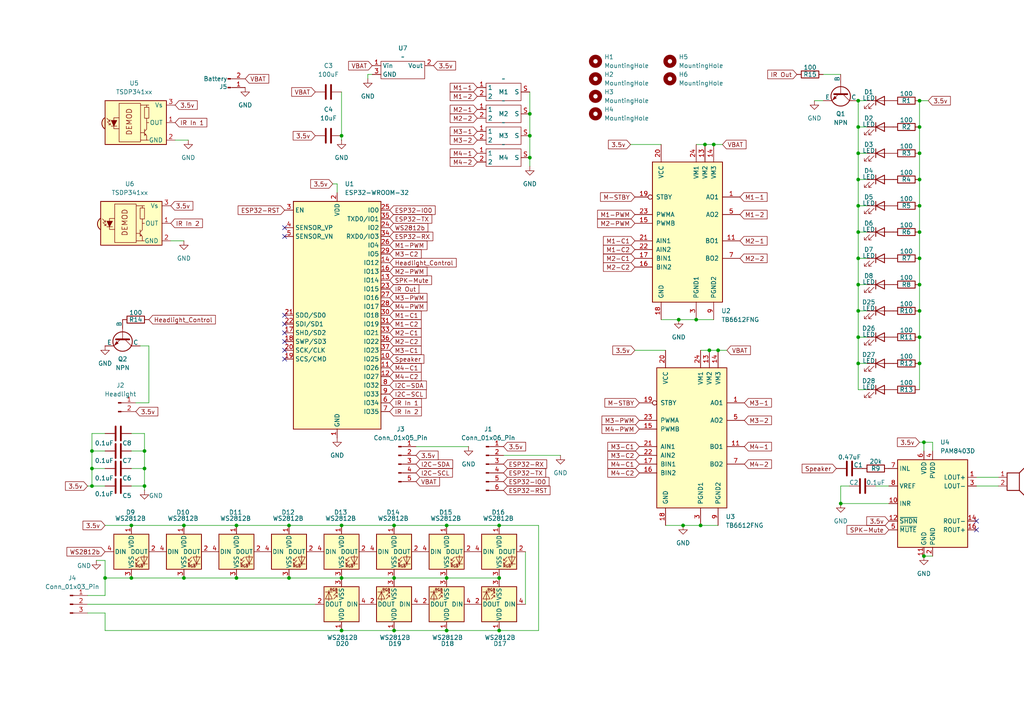
<source format=kicad_sch>
(kicad_sch (version 20231120) (generator "eeschema") (generator_version "8.0")
  (paper "A4")
  (junction (at 198.12 152.4))
  (junction (at 68.58 152.4))
  (junction (at 26.67 140.97))
  (junction (at 99.06 182.88))
  (junction (at 114.3 152.4))
  (junction (at 38.1 167.64))
  (junction (at 248.92 67.31))
  (junction (at 99.06 39.37))
  (junction (at 207.01 41.91))
  (junction (at 266.7 82.55))
  (junction (at 266.7 59.69))
  (junction (at 266.7 52.07))
  (junction (at 248.92 74.93))
  (junction (at 144.78 167.64))
  (junction (at 266.7 74.93))
  (junction (at 144.78 152.4))
  (junction (at 267.97 128.27))
  (junction (at 248.92 90.17))
  (junction (at 248.92 82.55))
  (junction (at 83.82 152.4))
  (junction (at 68.58 167.64))
  (junction (at 83.82 167.64))
  (junction (at 266.7 67.31))
  (junction (at 153.67 33.02))
  (junction (at 129.54 182.88))
  (junction (at 114.3 182.88))
  (junction (at 129.54 167.64))
  (junction (at 129.54 152.4))
  (junction (at 53.34 167.64))
  (junction (at 266.7 105.41))
  (junction (at 205.74 101.6))
  (junction (at 248.92 105.41))
  (junction (at 38.1 152.4))
  (junction (at 266.7 29.21))
  (junction (at 248.92 97.79))
  (junction (at 41.91 135.89))
  (junction (at 208.28 101.6))
  (junction (at 266.7 97.79))
  (junction (at 266.7 90.17))
  (junction (at 201.93 92.71))
  (junction (at 243.84 146.05))
  (junction (at 144.78 182.88))
  (junction (at 41.91 140.97))
  (junction (at 196.85 92.71))
  (junction (at 26.67 135.89))
  (junction (at 114.3 167.64))
  (junction (at 266.7 36.83))
  (junction (at 53.34 152.4))
  (junction (at 267.97 161.29))
  (junction (at 99.06 152.4))
  (junction (at 99.06 167.64))
  (junction (at 248.92 59.69))
  (junction (at 153.67 39.37))
  (junction (at 204.47 41.91))
  (junction (at 26.67 130.81))
  (junction (at 153.67 45.72))
  (junction (at 203.2 152.4))
  (junction (at 266.7 44.45))
  (junction (at 41.91 130.81))
  (junction (at 248.92 36.83))
  (junction (at 30.48 167.64))
  (junction (at 248.92 44.45))
  (junction (at 248.92 52.07))
  (junction (at 248.92 29.21))
  (no_connect (at 283.21 153.67))
  (no_connect (at 82.55 68.58))
  (no_connect (at 82.55 93.98))
  (no_connect (at 82.55 104.14))
  (no_connect (at 82.55 99.06))
  (no_connect (at 82.55 91.44))
  (no_connect (at 283.21 151.13))
  (no_connect (at 82.55 96.52))
  (no_connect (at 82.55 101.6))
  (no_connect (at 82.55 66.04))
  (wire (pts (xy 50.8 40.64) (xy 54.61 40.64)))
  (wire (pts (xy 43.18 100.33) (xy 43.18 116.84)))
  (wire (pts (xy 53.34 167.64) (xy 68.58 167.64)))
  (wire (pts (xy 25.4 175.26) (xy 91.44 175.26)))
  (wire (pts (xy 266.7 82.55) (xy 266.7 90.17)))
  (wire (pts (xy 248.92 105.41) (xy 251.46 105.41)))
  (wire (pts (xy 153.67 33.02) (xy 153.67 39.37)))
  (wire (pts (xy 248.92 36.83) (xy 248.92 29.21)))
  (wire (pts (xy 68.58 152.4) (xy 83.82 152.4)))
  (wire (pts (xy 53.34 152.4) (xy 68.58 152.4)))
  (wire (pts (xy 203.2 101.6) (xy 205.74 101.6)))
  (wire (pts (xy 191.77 92.71) (xy 196.85 92.71)))
  (wire (pts (xy 41.91 125.73) (xy 41.91 130.81)))
  (wire (pts (xy 266.7 59.69) (xy 266.7 67.31)))
  (wire (pts (xy 248.92 90.17) (xy 248.92 82.55)))
  (wire (pts (xy 30.48 135.89) (xy 26.67 135.89)))
  (wire (pts (xy 251.46 36.83) (xy 248.92 36.83)))
  (wire (pts (xy 144.78 152.4) (xy 156.21 152.4)))
  (wire (pts (xy 38.1 130.81) (xy 41.91 130.81)))
  (wire (pts (xy 208.28 101.6) (xy 210.82 101.6)))
  (wire (pts (xy 201.93 41.91) (xy 204.47 41.91)))
  (wire (pts (xy 251.46 29.21) (xy 248.92 29.21)))
  (wire (pts (xy 267.97 161.29) (xy 270.51 161.29)))
  (wire (pts (xy 30.48 152.4) (xy 38.1 152.4)))
  (wire (pts (xy 25.4 177.8) (xy 30.48 177.8)))
  (wire (pts (xy 248.92 67.31) (xy 251.46 67.31)))
  (wire (pts (xy 243.84 140.97) (xy 246.38 140.97)))
  (wire (pts (xy 266.7 44.45) (xy 266.7 52.07)))
  (wire (pts (xy 152.4 160.02) (xy 152.4 175.26)))
  (wire (pts (xy 251.46 97.79) (xy 248.92 97.79)))
  (wire (pts (xy 254 140.97) (xy 257.81 140.97)))
  (wire (pts (xy 251.46 52.07) (xy 248.92 52.07)))
  (wire (pts (xy 248.92 113.03) (xy 248.92 105.41)))
  (wire (pts (xy 96.52 53.34) (xy 97.79 53.34)))
  (wire (pts (xy 236.22 29.21) (xy 238.76 29.21)))
  (wire (pts (xy 30.48 172.72) (xy 25.4 172.72)))
  (wire (pts (xy 38.1 140.97) (xy 41.91 140.97)))
  (wire (pts (xy 270.51 130.81) (xy 270.51 128.27)))
  (wire (pts (xy 270.51 128.27) (xy 267.97 128.27)))
  (wire (pts (xy 129.54 182.88) (xy 144.78 182.88)))
  (wire (pts (xy 26.67 125.73) (xy 26.67 130.81)))
  (wire (pts (xy 40.64 100.33) (xy 43.18 100.33)))
  (wire (pts (xy 26.67 130.81) (xy 26.67 135.89)))
  (wire (pts (xy 129.54 167.64) (xy 144.78 167.64)))
  (wire (pts (xy 30.48 167.64) (xy 38.1 167.64)))
  (wire (pts (xy 196.85 92.71) (xy 201.93 92.71)))
  (wire (pts (xy 99.06 40.64) (xy 99.06 39.37)))
  (wire (pts (xy 114.3 182.88) (xy 129.54 182.88)))
  (wire (pts (xy 41.91 130.81) (xy 41.91 135.89)))
  (wire (pts (xy 248.92 74.93) (xy 251.46 74.93)))
  (wire (pts (xy 153.67 39.37) (xy 153.67 45.72)))
  (wire (pts (xy 25.4 140.97) (xy 26.67 140.97)))
  (wire (pts (xy 266.7 128.27) (xy 267.97 128.27)))
  (wire (pts (xy 198.12 152.4) (xy 203.2 152.4)))
  (wire (pts (xy 99.06 167.64) (xy 114.3 167.64)))
  (wire (pts (xy 243.84 146.05) (xy 257.81 146.05)))
  (wire (pts (xy 26.67 135.89) (xy 26.67 140.97)))
  (wire (pts (xy 30.48 162.56) (xy 30.48 167.64)))
  (wire (pts (xy 129.54 152.4) (xy 144.78 152.4)))
  (wire (pts (xy 184.15 101.6) (xy 193.04 101.6)))
  (wire (pts (xy 289.56 138.43) (xy 283.21 138.43)))
  (wire (pts (xy 38.1 135.89) (xy 41.91 135.89)))
  (wire (pts (xy 26.67 140.97) (xy 30.48 140.97)))
  (wire (pts (xy 30.48 177.8) (xy 30.48 182.88)))
  (wire (pts (xy 203.2 152.4) (xy 208.28 152.4)))
  (wire (pts (xy 248.92 67.31) (xy 248.92 59.69)))
  (wire (pts (xy 251.46 59.69) (xy 248.92 59.69)))
  (wire (pts (xy 266.7 29.21) (xy 266.7 36.83)))
  (wire (pts (xy 251.46 44.45) (xy 248.92 44.45)))
  (wire (pts (xy 289.56 140.97) (xy 283.21 140.97)))
  (wire (pts (xy 248.92 59.69) (xy 248.92 52.07)))
  (wire (pts (xy 207.01 41.91) (xy 209.55 41.91)))
  (wire (pts (xy 266.7 36.83) (xy 266.7 44.45)))
  (wire (pts (xy 83.82 167.64) (xy 99.06 167.64)))
  (wire (pts (xy 248.92 74.93) (xy 248.92 67.31)))
  (wire (pts (xy 251.46 113.03) (xy 248.92 113.03)))
  (wire (pts (xy 30.48 167.64) (xy 30.48 172.72)))
  (wire (pts (xy 114.3 152.4) (xy 129.54 152.4)))
  (wire (pts (xy 266.7 67.31) (xy 266.7 74.93)))
  (wire (pts (xy 205.74 101.6) (xy 208.28 101.6)))
  (wire (pts (xy 99.06 39.37) (xy 99.06 26.67)))
  (wire (pts (xy 204.47 41.91) (xy 207.01 41.91)))
  (wire (pts (xy 267.97 128.27) (xy 267.97 130.81)))
  (wire (pts (xy 114.3 167.64) (xy 129.54 167.64)))
  (wire (pts (xy 41.91 135.89) (xy 41.91 140.97)))
  (wire (pts (xy 83.82 152.4) (xy 99.06 152.4)))
  (wire (pts (xy 248.92 82.55) (xy 248.92 74.93)))
  (wire (pts (xy 238.76 21.59) (xy 243.84 21.59)))
  (wire (pts (xy 266.7 74.93) (xy 266.7 82.55)))
  (wire (pts (xy 43.18 116.84) (xy 39.37 116.84)))
  (wire (pts (xy 266.7 90.17) (xy 266.7 97.79)))
  (wire (pts (xy 99.06 152.4) (xy 114.3 152.4)))
  (wire (pts (xy 248.92 105.41) (xy 248.92 97.79)))
  (wire (pts (xy 30.48 130.81) (xy 26.67 130.81)))
  (wire (pts (xy 193.04 152.4) (xy 198.12 152.4)))
  (wire (pts (xy 27.94 162.56) (xy 30.48 162.56)))
  (wire (pts (xy 156.21 182.88) (xy 144.78 182.88)))
  (wire (pts (xy 68.58 167.64) (xy 83.82 167.64)))
  (wire (pts (xy 41.91 140.97) (xy 41.91 142.24)))
  (wire (pts (xy 269.24 29.21) (xy 266.7 29.21)))
  (wire (pts (xy 248.92 44.45) (xy 248.92 52.07)))
  (wire (pts (xy 30.48 182.88) (xy 99.06 182.88)))
  (wire (pts (xy 266.7 52.07) (xy 266.7 59.69)))
  (wire (pts (xy 153.67 48.26) (xy 153.67 45.72)))
  (wire (pts (xy 243.84 140.97) (xy 243.84 146.05)))
  (wire (pts (xy 266.7 105.41) (xy 266.7 113.03)))
  (wire (pts (xy 146.05 132.08) (xy 162.56 132.08)))
  (wire (pts (xy 30.48 125.73) (xy 26.67 125.73)))
  (wire (pts (xy 251.46 82.55) (xy 248.92 82.55)))
  (wire (pts (xy 266.7 97.79) (xy 266.7 105.41)))
  (wire (pts (xy 106.68 21.59) (xy 107.95 21.59)))
  (wire (pts (xy 182.88 41.91) (xy 191.77 41.91)))
  (wire (pts (xy 97.79 53.34) (xy 97.79 55.88)))
  (wire (pts (xy 248.92 90.17) (xy 251.46 90.17)))
  (wire (pts (xy 38.1 167.64) (xy 53.34 167.64)))
  (wire (pts (xy 49.53 69.85) (xy 53.34 69.85)))
  (wire (pts (xy 38.1 125.73) (xy 41.91 125.73)))
  (wire (pts (xy 156.21 152.4) (xy 156.21 182.88)))
  (wire (pts (xy 106.68 22.86) (xy 106.68 21.59)))
  (wire (pts (xy 201.93 92.71) (xy 207.01 92.71)))
  (wire (pts (xy 120.65 129.54) (xy 135.89 129.54)))
  (wire (pts (xy 248.92 97.79) (xy 248.92 90.17)))
  (wire (pts (xy 153.67 26.67) (xy 153.67 33.02)))
  (wire (pts (xy 99.06 182.88) (xy 114.3 182.88)))
  (wire (pts (xy 248.92 36.83) (xy 248.92 44.45)))
  (wire (pts (xy 38.1 152.4) (xy 53.34 152.4)))
  (global_label "M2-C2" (shape input) (at 113.03 99.06 0) (property "Intersheetrefs" "${INTERSHEET_REFS}" (effects (hide yes))))
  (global_label "3.5v" (shape input) (at 25.4 140.97 180) (property "Intersheetrefs" "${INTERSHEET_REFS}" (effects (hide yes))))
  (global_label "VBAT" (shape input) (at 71.12 22.86 0) (property "Intersheetrefs" "${INTERSHEET_REFS}" (effects (hide yes))))
  (global_label "3.5v" (shape input) (at 266.7 128.27 180) (property "Intersheetrefs" "${INTERSHEET_REFS}" (effects (hide yes))))
  (global_label "3.5v" (shape input) (at 146.05 129.54 0) (property "Intersheetrefs" "${INTERSHEET_REFS}" (effects (hide yes))))
  (global_label "M3-C1" (shape input) (at 185.42 129.54 180) (property "Intersheetrefs" "${INTERSHEET_REFS}" (effects (hide yes))))
  (global_label "M4-C1" (shape input) (at 185.42 134.62 180) (property "Intersheetrefs" "${INTERSHEET_REFS}" (effects (hide yes))))
  (global_label "M1-2" (shape input) (at 138.43 27.94 180) (property "Intersheetrefs" "${INTERSHEET_REFS}" (effects (hide yes))))
  (global_label "I2C-SCL" (shape input) (at 113.03 114.3 0) (property "Intersheetrefs" "${INTERSHEET_REFS}" (effects (hide yes))))
  (global_label "M1-C2" (shape input) (at 113.03 93.98 0) (property "Intersheetrefs" "${INTERSHEET_REFS}" (effects (hide yes))))
  (global_label "M3-C1" (shape input) (at 113.03 101.6 0) (property "Intersheetrefs" "${INTERSHEET_REFS}" (effects (hide yes))))
  (global_label "M3-C2" (shape input) (at 113.03 73.66 0) (property "Intersheetrefs" "${INTERSHEET_REFS}" (effects (hide yes))))
  (global_label "IR In 1" (shape input) (at 113.03 116.84 0) (property "Intersheetrefs" "${INTERSHEET_REFS}" (effects (hide yes))))
  (global_label "M3-PWM" (shape input) (at 113.03 86.36 0) (property "Intersheetrefs" "${INTERSHEET_REFS}" (effects (hide yes))))
  (global_label "M4-1" (shape input) (at 138.43 44.45 180) (property "Intersheetrefs" "${INTERSHEET_REFS}" (effects (hide yes))))
  (global_label "M1-PWM" (shape input) (at 113.03 71.12 0) (property "Intersheetrefs" "${INTERSHEET_REFS}" (effects (hide yes))))
  (global_label "3.5v" (shape input) (at 96.52 53.34 180) (property "Intersheetrefs" "${INTERSHEET_REFS}" (effects (hide yes))))
  (global_label "Speaker" (shape input) (at 113.03 104.14 0) (property "Intersheetrefs" "${INTERSHEET_REFS}" (effects (hide yes))))
  (global_label "VBAT" (shape input) (at 120.65 139.7 0) (property "Intersheetrefs" "${INTERSHEET_REFS}" (effects (hide yes))))
  (global_label "M2-PWM" (shape input) (at 113.03 78.74 0) (property "Intersheetrefs" "${INTERSHEET_REFS}" (effects (hide yes))))
  (global_label "M3-C2" (shape input) (at 185.42 132.08 180) (property "Intersheetrefs" "${INTERSHEET_REFS}" (effects (hide yes))))
  (global_label "M1-2" (shape input) (at 214.63 62.23 0) (property "Intersheetrefs" "${INTERSHEET_REFS}" (effects (hide yes))))
  (global_label "M4-PWM" (shape input) (at 113.03 88.9 0) (property "Intersheetrefs" "${INTERSHEET_REFS}" (effects (hide yes))))
  (global_label "ESP32-TX" (shape input) (at 113.03 63.5 0) (property "Intersheetrefs" "${INTERSHEET_REFS}" (effects (hide yes))))
  (global_label "M1-1" (shape input) (at 214.63 57.15 0) (property "Intersheetrefs" "${INTERSHEET_REFS}" (effects (hide yes))))
  (global_label "IR In 2" (shape input) (at 113.03 119.38 0) (property "Intersheetrefs" "${INTERSHEET_REFS}" (effects (hide yes))))
  (global_label "3.5v" (shape input) (at 39.37 119.38 0) (property "Intersheetrefs" "${INTERSHEET_REFS}" (effects (hide yes))))
  (global_label "M4-C1" (shape input) (at 113.03 106.68 0) (property "Intersheetrefs" "${INTERSHEET_REFS}" (effects (hide yes))))
  (global_label "Headlight_Control" (shape input) (at 113.03 76.2 0) (property "Intersheetrefs" "${INTERSHEET_REFS}" (effects (hide yes))))
  (global_label "3.5v" (shape input) (at 257.81 151.13 180) (property "Intersheetrefs" "${INTERSHEET_REFS}" (effects (hide yes))))
  (global_label "3.5v" (shape input) (at 125.73 19.05 0) (property "Intersheetrefs" "${INTERSHEET_REFS}" (effects (hide yes))))
  (global_label "M2-2" (shape input) (at 138.43 34.29 180) (property "Intersheetrefs" "${INTERSHEET_REFS}" (effects (hide yes))))
  (global_label "M3-1" (shape input) (at 138.43 38.1 180) (property "Intersheetrefs" "${INTERSHEET_REFS}" (effects (hide yes))))
  (global_label "M1-C2" (shape input) (at 184.15 72.39 180) (property "Intersheetrefs" "${INTERSHEET_REFS}" (effects (hide yes))))
  (global_label "ESP32-RST" (shape input) (at 146.05 142.24 0) (property "Intersheetrefs" "${INTERSHEET_REFS}" (effects (hide yes))))
  (global_label "M4-C2" (shape input) (at 113.03 109.22 0) (property "Intersheetrefs" "${INTERSHEET_REFS}" (effects (hide yes))))
  (global_label "3.5v" (shape input) (at 182.88 41.91 180) (property "Intersheetrefs" "${INTERSHEET_REFS}" (effects (hide yes))))
  (global_label "M1-C1" (shape input) (at 184.15 69.85 180) (property "Intersheetrefs" "${INTERSHEET_REFS}" (effects (hide yes))))
  (global_label "3.5v" (shape input) (at 49.53 59.69 0) (property "Intersheetrefs" "${INTERSHEET_REFS}" (effects (hide yes))))
  (global_label "M2-2" (shape input) (at 214.63 74.93 0) (property "Intersheetrefs" "${INTERSHEET_REFS}" (effects (hide yes))))
  (global_label "I2C-SDA" (shape input) (at 120.65 134.62 0) (property "Intersheetrefs" "${INTERSHEET_REFS}" (effects (hide yes))))
  (global_label "I2C-SDA" (shape input) (at 113.03 111.76 0) (property "Intersheetrefs" "${INTERSHEET_REFS}" (effects (hide yes))))
  (global_label "ESP32-IO0" (shape input) (at 113.03 60.96 0) (property "Intersheetrefs" "${INTERSHEET_REFS}" (effects (hide yes))))
  (global_label "M2-C1" (shape input) (at 184.15 74.93 180) (property "Intersheetrefs" "${INTERSHEET_REFS}" (effects (hide yes))))
  (global_label "3.5v" (shape input) (at 184.15 101.6 180) (property "Intersheetrefs" "${INTERSHEET_REFS}" (effects (hide yes))))
  (global_label "IR Out" (shape input) (at 113.03 83.82 0) (property "Intersheetrefs" "${INTERSHEET_REFS}" (effects (hide yes))))
  (global_label "M2-1" (shape input) (at 138.43 31.75 180) (property "Intersheetrefs" "${INTERSHEET_REFS}" (effects (hide yes))))
  (global_label "M2-C1" (shape input) (at 113.03 96.52 0) (property "Intersheetrefs" "${INTERSHEET_REFS}" (effects (hide yes))))
  (global_label "M4-C2" (shape input) (at 185.42 137.16 180) (property "Intersheetrefs" "${INTERSHEET_REFS}" (effects (hide yes))))
  (global_label "M4-2" (shape input) (at 215.9 134.62 0) (property "Intersheetrefs" "${INTERSHEET_REFS}" (effects (hide yes))))
  (global_label "M4-PWM" (shape input) (at 185.42 124.46 180) (property "Intersheetrefs" "${INTERSHEET_REFS}" (effects (hide yes))))
  (global_label "IR In 2" (shape input) (at 49.53 64.77 0) (property "Intersheetrefs" "${INTERSHEET_REFS}" (effects (hide yes))))
  (global_label "M2-1" (shape input) (at 214.63 69.85 0) (property "Intersheetrefs" "${INTERSHEET_REFS}" (effects (hide yes))))
  (global_label "M3-2" (shape input) (at 215.9 121.92 0) (property "Intersheetrefs" "${INTERSHEET_REFS}" (effects (hide yes))))
  (global_label "VBAT" (shape input) (at 107.95 19.05 180) (property "Intersheetrefs" "${INTERSHEET_REFS}" (effects (hide yes))))
  (global_label "M2-PWM" (shape input) (at 184.15 64.77 180) (property "Intersheetrefs" "${INTERSHEET_REFS}" (effects (hide yes))))
  (global_label "3.5v" (shape input) (at 269.24 29.21 0) (property "Intersheetrefs" "${INTERSHEET_REFS}" (effects (hide yes))))
  (global_label "M-STBY" (shape input) (at 185.42 116.84 180) (property "Intersheetrefs" "${INTERSHEET_REFS}" (effects (hide yes))))
  (global_label "ESP32-RX" (shape input) (at 146.05 134.62 0) (property "Intersheetrefs" "${INTERSHEET_REFS}" (effects (hide yes))))
  (global_label "ESP32-TX" (shape input) (at 146.05 137.16 0) (property "Intersheetrefs" "${INTERSHEET_REFS}" (effects (hide yes))))
  (global_label "SPK-Mute" (shape input) (at 257.81 153.67 180) (property "Intersheetrefs" "${INTERSHEET_REFS}" (effects (hide yes))))
  (global_label "WS2812b" (shape input) (at 113.03 66.04 0) (property "Intersheetrefs" "${INTERSHEET_REFS}" (effects (hide yes))))
  (global_label "3.5v" (shape input) (at 30.48 152.4 180) (property "Intersheetrefs" "${INTERSHEET_REFS}" (effects (hide yes))))
  (global_label "3.5v" (shape input) (at 50.8 30.48 0) (property "Intersheetrefs" "${INTERSHEET_REFS}" (effects (hide yes))))
  (global_label "M2-C2" (shape input) (at 184.15 77.47 180) (property "Intersheetrefs" "${INTERSHEET_REFS}" (effects (hide yes))))
  (global_label "IR In 1" (shape input) (at 50.8 35.56 0) (property "Intersheetrefs" "${INTERSHEET_REFS}" (effects (hide yes))))
  (global_label "M4-1" (shape input) (at 215.9 129.54 0) (property "Intersheetrefs" "${INTERSHEET_REFS}" (effects (hide yes))))
  (global_label "M3-PWM" (shape input) (at 185.42 121.92 180) (property "Intersheetrefs" "${INTERSHEET_REFS}" (effects (hide yes))))
  (global_label "Headlight_Control" (shape input) (at 43.18 92.71 0) (property "Intersheetrefs" "${INTERSHEET_REFS}" (effects (hide yes))))
  (global_label "3.5v" (shape input) (at 91.44 39.37 180) (property "Intersheetrefs" "${INTERSHEET_REFS}" (effects (hide yes))))
  (global_label "M-STBY" (shape input) (at 184.15 57.15 180) (property "Intersheetrefs" "${INTERSHEET_REFS}" (effects (hide yes))))
  (global_label "VBAT" (shape input) (at 209.55 41.91 0) (property "Intersheetrefs" "${INTERSHEET_REFS}" (effects (hide yes))))
  (global_label "ESP32-RST" (shape input) (at 82.55 60.96 180) (property "Intersheetrefs" "${INTERSHEET_REFS}" (effects (hide yes))))
  (global_label "VBAT" (shape input) (at 91.44 26.67 180) (property "Intersheetrefs" "${INTERSHEET_REFS}" (effects (hide yes))))
  (global_label "SPK-Mute" (shape input) (at 113.03 81.28 0) (property "Intersheetrefs" "${INTERSHEET_REFS}" (effects (hide yes))))
  (global_label "M1-1" (shape input) (at 138.43 25.4 180) (property "Intersheetrefs" "${INTERSHEET_REFS}" (effects (hide yes))))
  (global_label "M3-1" (shape input) (at 215.9 116.84 0) (property "Intersheetrefs" "${INTERSHEET_REFS}" (effects (hide yes))))
  (global_label "M4-2" (shape input) (at 138.43 46.99 180) (property "Intersheetrefs" "${INTERSHEET_REFS}" (effects (hide yes))))
  (global_label "I2C-SCL" (shape input) (at 120.65 137.16 0) (property "Intersheetrefs" "${INTERSHEET_REFS}" (effects (hide yes))))
  (global_label "3.5v" (shape input) (at 120.65 132.08 0) (property "Intersheetrefs" "${INTERSHEET_REFS}" (effects (hide yes))))
  (global_label "M1-C1" (shape input) (at 113.03 91.44 0) (property "Intersheetrefs" "${INTERSHEET_REFS}" (effects (hide yes))))
  (global_label "ESP32-RX" (shape input) (at 113.03 68.58 0) (property "Intersheetrefs" "${INTERSHEET_REFS}" (effects (hide yes))))
  (global_label "M1-PWM" (shape input) (at 184.15 62.23 180) (property "Intersheetrefs" "${INTERSHEET_REFS}" (effects (hide yes))))
  (global_label "VBAT" (shape input) (at 210.82 101.6 0) (property "Intersheetrefs" "${INTERSHEET_REFS}" (effects (hide yes))))
  (global_label "ESP32-IO0" (shape input) (at 146.05 139.7 0) (property "Intersheetrefs" "${INTERSHEET_REFS}" (effects (hide yes))))
  (global_label "WS2812b" (shape input) (at 30.48 160.02 180) (property "Intersheetrefs" "${INTERSHEET_REFS}" (effects (hide yes))))
  (global_label "IR Out" (shape input) (at 231.14 21.59 180) (property "Intersheetrefs" "${INTERSHEET_REFS}" (effects (hide yes))))
  (global_label "M3-2" (shape input) (at 138.43 40.64 180) (property "Intersheetrefs" "${INTERSHEET_REFS}" (effects (hide yes))))
  (global_label "Speaker" (shape input) (at 242.57 135.89 180) (property "Intersheetrefs" "${INTERSHEET_REFS}" (effects (hide yes))))
  (symbol (lib_id "Mechanical:MountingHole") (at 172.72 22.86 0) (unit 1) (exclude_from_sim yes) (in_bom no)
    (property "Reference" "H2" (at 175.26 21.5899 0) (effects (justify left)))
    (property "Value" "MountingHole" (at 175.26 24.1299 0) (effects (justify left)))
    (property "Footprint" "MountingHole:MountingHole_3.2mm_M3" (effects (hide yes)))
    (property "Description" "Mounting Hole without connection" (effects (hide yes)))
  )
  (symbol (lib_id "LED:WS2812B") (at 114.3 160.02 0) (unit 1)
    (property "Reference" "D14" (at 114.046 148.59 0))
    (property "Value" "WS2812B" (at 114.046 150.368 0))
    (property "Footprint" "LED_SMD:LED_WS2812B_PLCC4_5.0x5.0mm_P3.2mm" (effects (hide yes)))
    (property "Datasheet" "https://cdn-shop.adafruit.com/datasheets/WS2812B.pdf" (effects (hide yes)))
    (property "Description" "RGB LED with integrated controller" (effects (hide yes)))
  )
  (symbol (lib_id "Device:R") (at 262.89 36.83 90) (unit 1)
    (property "Reference" "R2" (at 262.89 36.83 90))
    (property "Value" "100" (at 262.89 34.798 90))
    (property "Footprint" "Resistor_THT:R_Axial_DIN0204_L3.6mm_D1.6mm_P2.54mm_Vertical" (effects (hide yes)))
    (property "Description" "Resistor" (effects (hide yes)))
  )
  (symbol (lib_id "LED:WS2812B") (at 144.78 160.02 0) (unit 1)
    (property "Reference" "D16" (at 144.526 148.59 0))
    (property "Value" "WS2812B" (at 144.526 150.368 0))
    (property "Footprint" "LED_SMD:LED_WS2812B_PLCC4_5.0x5.0mm_P3.2mm" (effects (hide yes)))
    (property "Datasheet" "https://cdn-shop.adafruit.com/datasheets/WS2812B.pdf" (effects (hide yes)))
    (property "Description" "RGB LED with integrated controller" (effects (hide yes)))
  )
  (symbol (lib_id "Device:LED") (at 255.27 44.45 0) (unit 1)
    (property "Reference" "D3" (at 251.968 41.91 0))
    (property "Value" "LED" (at 251.968 43.688 0))
    (property "Footprint" "Right Angle LED:Right Angle LED Reversed" (effects (hide yes)))
    (property "Description" "Light emitting diode" (effects (hide yes)))
  )
  (symbol (lib_id "LED:WS2812B") (at 129.54 160.02 0) (unit 1)
    (property "Reference" "D15" (at 129.286 148.59 0))
    (property "Value" "WS2812B" (at 129.286 150.368 0))
    (property "Footprint" "LED_SMD:LED_WS2812B_PLCC4_5.0x5.0mm_P3.2mm" (effects (hide yes)))
    (property "Datasheet" "https://cdn-shop.adafruit.com/datasheets/WS2812B.pdf" (effects (hide yes)))
    (property "Description" "RGB LED with integrated controller" (effects (hide yes)))
  )
  (symbol (lib_id "Device:C") (at 34.29 140.97 270) (unit 1)
    (property "Reference" "C5" (at 36.83 143.764 90))
    (property "Value" "0.1uF" (at 30.226 143.256 90))
    (property "Footprint" "Capacitor_SMD:C_0603_1608Metric_Pad1.08x0.95mm_HandSolder" (effects (hide yes)))
    (property "Description" "Unpolarized capacitor" (effects (hide yes)))
  )
  (symbol (lib_id "Device:LED") (at 255.27 29.21 0) (unit 1)
    (property "Reference" "D1" (at 251.968 26.67 0))
    (property "Value" "LED" (at 251.968 28.448 0))
    (property "Footprint" "Right Angle LED:Right Angle LED Reversed" (effects (hide yes)))
    (property "Description" "Light emitting diode" (effects (hide yes)))
  )
  (symbol (lib_id "Connector:Conn_01x05_Pin") (at 115.57 134.62 0) (unit 1)
    (property "Reference" "J3" (at 116.205 124.46 0))
    (property "Value" "Conn_01x05_Pin" (at 116.205 127 0))
    (property "Footprint" "Connector_PinHeader_2.54mm:PinHeader_1x05_P2.54mm_Vertical" (effects (hide yes)))
    (property "Description" "Generic connector, single row, 01x05, script generated" (effects (hide yes)))
  )
  (symbol (lib_id "Device:C") (at 95.25 26.67 90) (unit 1)
    (property "Reference" "C3" (at 95.25 19.05 90))
    (property "Value" "100uF" (at 95.25 21.59 90))
    (property "Footprint" "Capacitor_THT:CP_Radial_D5.0mm_P2.00mm" (effects (hide yes)))
    (property "Description" "Unpolarized capacitor" (effects (hide yes)))
  )
  (symbol (lib_id "LED:WS2812B") (at 129.54 175.26 180) (unit 1)
    (property "Reference" "D18" (at 129.794 186.69 0))
    (property "Value" "WS2812B" (at 129.794 184.912 0))
    (property "Footprint" "LED_SMD:LED_WS2812B_PLCC4_5.0x5.0mm_P3.2mm" (effects (hide yes)))
    (property "Datasheet" "https://cdn-shop.adafruit.com/datasheets/WS2812B.pdf" (effects (hide yes)))
    (property "Description" "RGB LED with integrated controller" (effects (hide yes)))
  )
  (symbol (lib_id "Interface_Optical:TSDP341xx") (at 40.64 35.56 0) (unit 1)
    (property "Reference" "U5" (at 38.905 24.13 0))
    (property "Value" "TSDP341xx" (at 38.905 26.67 0))
    (property "Footprint" "OptoDevice:Vishay_MINICAST-3Pin" (effects (hide yes)))
    (property "Datasheet" "http://www.vishay.com/docs/82667/tsdp341.pdf" (effects (hide yes)))
    (property "Description" "IR Receiver Modules for Data Transmission" (effects (hide yes)))
  )
  (symbol (lib_id "Device:R") (at 234.95 21.59 90) (unit 1)
    (property "Reference" "R15" (at 234.95 21.59 90))
    (property "Value" "100" (at 234.95 19.558 90))
    (property "Footprint" "Resistor_SMD:R_0805_2012Metric_Pad1.20x1.40mm_HandSolder" (effects (hide yes)))
    (property "Description" "Resistor" (effects (hide yes)))
  )
  (symbol (lib_id "Device:LED") (at 255.27 97.79 0) (unit 1)
    (property "Reference" "D26" (at 251.968 95.25 0))
    (property "Value" "LED" (at 251.968 97.028 0))
    (property "Footprint" "Right Angle LED:Right Angle LED" (effects (hide yes)))
    (property "Description" "Light emitting diode" (effects (hide yes)))
  )
  (symbol (lib_id "Device:LED") (at 255.27 52.07 0) (unit 1)
    (property "Reference" "D4" (at 251.968 49.53 0))
    (property "Value" "LED" (at 251.968 51.308 0))
    (property "Footprint" "Right Angle LED:Right Angle LED" (effects (hide yes)))
    (property "Description" "Light emitting diode" (effects (hide yes)))
  )
  (symbol (lib_id "LED:WS2812B") (at 144.78 175.26 180) (unit 1)
    (property "Reference" "D17" (at 145.034 186.69 0))
    (property "Value" "WS2812B" (at 145.034 184.912 0))
    (property "Footprint" "LED_SMD:LED_WS2812B_PLCC4_5.0x5.0mm_P3.2mm" (effects (hide yes)))
    (property "Datasheet" "https://cdn-shop.adafruit.com/datasheets/WS2812B.pdf" (effects (hide yes)))
    (property "Description" "RGB LED with integrated controller" (effects (hide yes)))
  )
  (symbol (lib_id "Connector:Conn_01x02_Pin") (at 34.29 116.84 0) (unit 1)
    (property "Reference" "J2" (at 34.925 111.76 0))
    (property "Value" "Headlight" (at 34.925 114.3 0))
    (property "Footprint" "Connector_PinHeader_2.54mm:PinHeader_1x02_P2.54mm_Vertical" (effects (hide yes)))
    (property "Description" "Generic connector, single row, 01x02, script generated" (effects (hide yes)))
  )
  (symbol (lib_id "Device:R") (at 262.89 29.21 90) (unit 1)
    (property "Reference" "R1" (at 262.89 29.21 90))
    (property "Value" "100" (at 262.89 27.178 90))
    (property "Footprint" "Resistor_THT:R_Axial_DIN0204_L3.6mm_D1.6mm_P2.54mm_Vertical" (effects (hide yes)))
    (property "Description" "Resistor" (effects (hide yes)))
  )
  (symbol (lib_id "Device:R") (at 262.89 97.79 90) (unit 1)
    (property "Reference" "R11" (at 262.89 97.79 90))
    (property "Value" "100" (at 262.89 95.758 90))
    (property "Footprint" "Resistor_THT:R_Axial_DIN0204_L3.6mm_D1.6mm_P2.54mm_Vertical" (effects (hide yes)))
    (property "Description" "Resistor" (effects (hide yes)))
  )
  (symbol (lib_id "power:GND") (at 71.12 25.4 0) (unit 1)
    (property "Reference" "#PWR016" (effects (hide yes)))
    (property "Value" "GND" (at 71.12 30.48 0))
    (property "Description" "Power symbol creates a global label with name \"GND\" , ground" (effects (hide yes)))
  )
  (symbol (lib_id "power:GND") (at 99.06 40.64 0) (unit 1)
    (property "Reference" "#PWR012" (effects (hide yes)))
    (property "Value" "GND" (at 99.06 45.72 0))
    (property "Description" "Power symbol creates a global label with name \"GND\" , ground" (effects (hide yes)))
  )
  (symbol (lib_id "Device:R") (at 39.37 92.71 90) (unit 1)
    (property "Reference" "R14" (at 39.37 92.71 90))
    (property "Value" "100" (at 39.37 90.678 90))
    (property "Footprint" "Resistor_SMD:R_0805_2012Metric_Pad1.20x1.40mm_HandSolder" (effects (hide yes)))
    (property "Description" "Resistor" (effects (hide yes)))
  )
  (symbol (lib_id "power:GND") (at 53.34 69.85 0) (unit 1)
    (property "Reference" "#PWR010" (effects (hide yes)))
    (property "Value" "GND" (at 53.34 74.93 0))
    (property "Description" "Power symbol creates a global label with name \"GND\" , ground" (effects (hide yes)))
  )
  (symbol (lib_id "Device:LED") (at 255.27 67.31 0) (unit 1)
    (property "Reference" "D6" (at 251.968 64.77 0))
    (property "Value" "LED" (at 251.968 66.548 0))
    (property "Footprint" "Right Angle LED:Right Angle LED" (effects (hide yes)))
    (property "Description" "Light emitting diode" (effects (hide yes)))
  )
  (symbol (lib_id "Device:C") (at 246.38 135.89 90) (unit 1)
    (property "Reference" "C1" (at 248.92 134.874 90))
    (property "Value" "0.47uF" (at 246.38 132.588 90))
    (property "Footprint" "Capacitor_THT:C_Disc_D5.0mm_W2.5mm_P2.50mm" (effects (hide yes)))
    (property "Description" "Unpolarized capacitor" (effects (hide yes)))
  )
  (symbol (lib_id "power:GND") (at 54.61 40.64 0) (unit 1)
    (property "Reference" "#PWR09" (effects (hide yes)))
    (property "Value" "GND" (at 54.61 45.72 0))
    (property "Description" "Power symbol creates a global label with name \"GND\" , ground" (effects (hide yes)))
  )
  (symbol (lib_id "Device:LED") (at 255.27 36.83 0) (unit 1)
    (property "Reference" "D2" (at 251.968 34.29 0))
    (property "Value" "LED" (at 251.968 36.068 0))
    (property "Footprint" "Right Angle LED:Right Angle LED" (effects (hide yes)))
    (property "Description" "Light emitting diode" (effects (hide yes)))
  )
  (symbol (lib_id "power:GND") (at 27.94 162.56 0) (unit 1)
    (property "Reference" "#PWR014" (effects (hide yes)))
    (property "Value" "GND" (at 24.384 164.084 0))
    (property "Description" "Power symbol creates a global label with name \"GND\" , ground" (effects (hide yes)))
  )
  (symbol (lib_id "Simulation_SPICE:NPN") (at 35.56 97.79 270) (unit 1)
    (property "Reference" "Q2" (at 35.56 104.14 90))
    (property "Value" "NPN" (at 35.56 106.68 90))
    (property "Footprint" "Package_TO_SOT_SMD:SOT-23-3" (effects (hide yes)))
    (property "Datasheet" "https://ngspice.sourceforge.io/docs/ngspice-html-manual/manual.xhtml#cha_BJTs" (effects (hide yes)))
    (property "Description" "Bipolar transistor symbol for simulation only, substrate tied to the emitter" (effects (hide yes)))
    (property "Sim.Device" "NPN" (effects (hide yes)))
    (property "Sim.Type" "GUMMELPOON" (effects (hide yes)))
    (property "Sim.Pins" "1=C 2=B 3=E" (effects (hide yes)))
  )
  (symbol (lib_id "Device:C") (at 34.29 135.89 270) (unit 1)
    (property "Reference" "C6" (at 36.83 138.684 90))
    (property "Value" "0.1uF" (at 30.226 138.684 90))
    (property "Footprint" "Capacitor_SMD:C_0603_1608Metric_Pad1.08x0.95mm_HandSolder" (effects (hide yes)))
    (property "Description" "Unpolarized capacitor" (effects (hide yes)))
  )
  (symbol (lib_id "Mechanical:MountingHole") (at 172.72 33.02 0) (unit 1) (exclude_from_sim yes) (in_bom no)
    (property "Reference" "H4" (at 175.26 31.7499 0) (effects (justify left)))
    (property "Value" "MountingHole" (at 175.26 34.2899 0) (effects (justify left)))
    (property "Footprint" "MountingHole:MountingHole_3.2mm_M3" (effects (hide yes)))
    (property "Description" "Mounting Hole without connection" (effects (hide yes)))
  )
  (symbol (lib_id "LED:WS2812B") (at 83.82 160.02 0) (unit 1)
    (property "Reference" "D12" (at 83.566 148.59 0))
    (property "Value" "WS2812B" (at 83.566 150.368 0))
    (property "Footprint" "LED_SMD:LED_WS2812B_PLCC4_5.0x5.0mm_P3.2mm" (effects (hide yes)))
    (property "Datasheet" "https://cdn-shop.adafruit.com/datasheets/WS2812B.pdf" (effects (hide yes)))
    (property "Description" "RGB LED with integrated controller" (effects (hide yes)))
  )
  (symbol (lib_id "Device:LED") (at 255.27 113.03 0) (unit 1)
    (property "Reference" "D28" (at 251.968 110.49 0))
    (property "Value" "LED" (at 251.968 112.268 0))
    (property "Footprint" "Right Angle LED:Right Angle LED" (effects (hide yes)))
    (property "Description" "Light emitting diode" (effects (hide yes)))
  )
  (symbol (lib_id "RF_Module:ESP32-WROOM-32") (at 97.79 91.44 0) (unit 1)
    (property "Reference" "U1" (at 99.9841 53.34 0) (effects (justify left)))
    (property "Value" "ESP32-WROOM-32" (at 99.9841 55.88 0) (effects (justify left)))
    (property "Footprint" "RF_Module:ESP32-WROOM-32" (effects (hide yes)))
    (property "Datasheet" "https://www.espressif.com/sites/default/files/documentation/esp32-wroom-32_datasheet_en.pdf" (effects (hide yes)))
    (property "Description" "RF Module, ESP32-D0WDQ6 SoC, Wi-Fi 802.11b/g/n, Bluetooth, BLE, 32-bit, 2.7-3.6V, onboard antenna, SMD" (effects (hide yes)))
  )
  (symbol (lib_id "Device:C") (at 95.25 39.37 90) (unit 1)
    (property "Reference" "C4" (at 95.25 31.75 90))
    (property "Value" "10uF" (at 95.25 34.29 90))
    (property "Footprint" "Capacitor_THT:CP_Radial_D5.0mm_P2.00mm" (effects (hide yes)))
    (property "Description" "Unpolarized capacitor" (effects (hide yes)))
  )
  (symbol (lib_id "LED:WS2812B") (at 38.1 160.02 0) (unit 1)
    (property "Reference" "D9" (at 37.846 148.59 0))
    (property "Value" "WS2812B" (at 37.846 150.368 0))
    (property "Footprint" "LED_SMD:LED_WS2812B_PLCC4_5.0x5.0mm_P3.2mm" (effects (hide yes)))
    (property "Datasheet" "https://cdn-shop.adafruit.com/datasheets/WS2812B.pdf" (effects (hide yes)))
    (property "Description" "RGB LED with integrated controller" (effects (hide yes)))
  )
  (symbol (lib_id "power:GND") (at 196.85 92.71 0) (unit 1)
    (property "Reference" "#PWR02" (effects (hide yes)))
    (property "Value" "GND" (at 196.85 97.79 0))
    (property "Description" "Power symbol creates a global label with name \"GND\" , ground" (effects (hide yes)))
  )
  (symbol (lib_id "Driver_Motor:TB6612FNG") (at 199.39 67.31 0) (unit 1)
    (property "Reference" "U2" (at 209.2041 90.17 0) (effects (justify left)))
    (property "Value" "TB6612FNG" (at 209.2041 92.71 0) (effects (justify left)))
    (property "Footprint" "Package_SO:SSOP-24_5.3x8.2mm_P0.65mm" (effects (hide yes)))
    (property "Datasheet" "https://toshiba.semicon-storage.com/us/product/linear/motordriver/detail.TB6612FNG.html" (effects (hide yes)))
    (property "Description" "Driver IC for Dual DC motor, SSOP-24" (effects (hide yes)))
  )
  (symbol (lib_id "Device:R") (at 262.89 44.45 90) (unit 1)
    (property "Reference" "R3" (at 262.89 44.45 90))
    (property "Value" "100" (at 262.89 42.418 90))
    (property "Footprint" "Resistor_THT:R_Axial_DIN0204_L3.6mm_D1.6mm_P2.54mm_Vertical" (effects (hide yes)))
    (property "Description" "Resistor" (effects (hide yes)))
  )
  (symbol (lib_id "Connector:Conn_01x03_Pin") (at 20.32 175.26 0) (unit 1)
    (property "Reference" "J4" (at 20.955 167.64 0))
    (property "Value" "Conn_01x03_Pin" (at 20.955 170.18 0))
    (property "Footprint" "Connector_PinHeader_2.54mm:PinHeader_1x03_P2.54mm_Vertical" (effects (hide yes)))
    (property "Description" "Generic connector, single row, 01x03, script generated" (effects (hide yes)))
  )
  (symbol (lib_id "N20 Motor:N20_Motor") (at 143.51 45.72 0) (unit 1)
    (property "Reference" "M4" (at 146.05 45.72 0))
    (property "Value" "~" (at 146.05 41.91 0))
    (property "Footprint" "N20 Motor:N20 Motor" (effects (hide yes)))
  )
  (symbol (lib_id "power:GND") (at 267.97 161.29 0) (unit 1)
    (property "Reference" "#PWR07" (effects (hide yes)))
    (property "Value" "GND" (at 267.97 166.37 0))
    (property "Description" "Power symbol creates a global label with name \"GND\" , ground" (effects (hide yes)))
  )
  (symbol (lib_id "Device:R") (at 262.89 59.69 90) (unit 1)
    (property "Reference" "R5" (at 262.89 59.69 90))
    (property "Value" "100" (at 262.89 57.658 90))
    (property "Footprint" "Resistor_THT:R_Axial_DIN0204_L3.6mm_D1.6mm_P2.54mm_Vertical" (effects (hide yes)))
    (property "Description" "Resistor" (effects (hide yes)))
  )
  (symbol (lib_id "Mechanical:MountingHole") (at 194.31 22.86 0) (unit 1) (exclude_from_sim yes) (in_bom no)
    (property "Reference" "H6" (at 196.85 21.5899 0) (effects (justify left)))
    (property "Value" "MountingHole" (at 196.85 24.1299 0) (effects (justify left)))
    (property "Footprint" "MountingHole:MountingHole_3.2mm_M3" (effects (hide yes)))
    (property "Description" "Mounting Hole without connection" (effects (hide yes)))
  )
  (symbol (lib_id "Device:R") (at 262.89 113.03 90) (unit 1)
    (property "Reference" "R13" (at 262.89 113.03 90))
    (property "Value" "100" (at 262.89 110.998 90))
    (property "Footprint" "Resistor_THT:R_Axial_DIN0204_L3.6mm_D1.6mm_P2.54mm_Vertical" (effects (hide yes)))
    (property "Description" "Resistor" (effects (hide yes)))
  )
  (symbol (lib_id "power:GND") (at 97.79 127 0) (unit 1)
    (property "Reference" "#PWR03" (effects (hide yes)))
    (property "Value" "GND" (at 97.79 132.08 0))
    (property "Description" "Power symbol creates a global label with name \"GND\" , ground" (effects (hide yes)))
  )
  (symbol (lib_id "power:GND") (at 41.91 142.24 0) (unit 1)
    (property "Reference" "#PWR015" (effects (hide yes)))
    (property "Value" "GND" (at 45.212 143.764 0))
    (property "Description" "Power symbol creates a global label with name \"GND\" , ground" (effects (hide yes)))
  )
  (symbol (lib_id "power:GND") (at 243.84 146.05 0) (unit 1)
    (property "Reference" "#PWR08" (effects (hide yes)))
    (property "Value" "GND" (at 243.84 151.13 0))
    (property "Description" "Power symbol creates a global label with name \"GND\" , ground" (effects (hide yes)))
  )
  (symbol (lib_id "Amplifier_Audio:PAM8403D") (at 270.51 146.05 0) (unit 1)
    (property "Reference" "U4" (at 272.7041 128.27 0) (effects (justify left)))
    (property "Value" "PAM8403D" (at 272.7041 130.81 0) (effects (justify left)))
    (property "Footprint" "Package_SO:SOP-16_3.9x9.9mm_P1.27mm" (effects (hide yes)))
    (property "Datasheet" "https://www.diodes.com/assets/Datasheets/products_inactive_data/PAM8403.pdf" (effects (hide yes)))
    (property "Description" "3W Filterless Class-D Stereo Audio Amplifier, SOP-16" (effects (hide yes)))
  )
  (symbol (lib_id "power:GND") (at 135.89 129.54 0) (unit 1)
    (property "Reference" "#PWR013" (effects (hide yes)))
    (property "Value" "GND" (at 135.89 134.62 0))
    (property "Description" "Power symbol creates a global label with name \"GND\" , ground" (effects (hide yes)))
  )
  (symbol (lib_id "Device:LED") (at 255.27 105.41 0) (unit 1)
    (property "Reference" "D27" (at 251.968 102.87 0))
    (property "Value" "LED" (at 251.968 104.648 0))
    (property "Footprint" "Right Angle LED:Right Angle LED" (effects (hide yes)))
    (property "Description" "Light emitting diode" (effects (hide yes)))
  )
  (symbol (lib_id "Mechanical:MountingHole") (at 172.72 27.94 0) (unit 1) (exclude_from_sim yes) (in_bom no)
    (property "Reference" "H3" (at 175.26 26.6699 0) (effects (justify left)))
    (property "Value" "MountingHole" (at 175.26 29.2099 0) (effects (justify left)))
    (property "Footprint" "MountingHole:MountingHole_3.2mm_M3" (effects (hide yes)))
    (property "Description" "Mounting Hole without connection" (effects (hide yes)))
  )
  (symbol (lib_id "N20 Motor:N20_Motor") (at 143.51 33.02 0) (unit 1)
    (property "Reference" "M2" (at 146.05 33.02 0))
    (property "Value" "~" (at 146.05 29.21 0))
    (property "Footprint" "N20 Motor:N20 Motor" (effects (hide yes)))
  )
  (symbol (lib_id "Device:R") (at 262.89 52.07 90) (unit 1)
    (property "Reference" "R4" (at 262.89 52.07 90))
    (property "Value" "100" (at 262.89 50.038 90))
    (property "Footprint" "Resistor_THT:R_Axial_DIN0204_L3.6mm_D1.6mm_P2.54mm_Vertical" (effects (hide yes)))
    (property "Description" "Resistor" (effects (hide yes)))
  )
  (symbol (lib_id "power:GND") (at 236.22 29.21 0) (unit 1)
    (property "Reference" "#PWR06" (effects (hide yes)))
    (property "Value" "GND" (at 236.22 34.29 0))
    (property "Description" "Power symbol creates a global label with name \"GND\" , ground" (effects (hide yes)))
  )
  (symbol (lib_id "LED:WS2812B") (at 114.3 175.26 180) (unit 1)
    (property "Reference" "D19" (at 114.554 186.69 0))
    (property "Value" "WS2812B" (at 114.554 184.912 0))
    (property "Footprint" "LED_SMD:LED_WS2812B_PLCC4_5.0x5.0mm_P3.2mm" (effects (hide yes)))
    (property "Datasheet" "https://cdn-shop.adafruit.com/datasheets/WS2812B.pdf" (effects (hide yes)))
    (property "Description" "RGB LED with integrated controller" (effects (hide yes)))
  )
  (symbol (lib_id "Device:R") (at 262.89 105.41 90) (unit 1)
    (property "Reference" "R12" (at 262.89 105.41 90))
    (property "Value" "100" (at 262.89 103.378 90))
    (property "Footprint" "Resistor_THT:R_Axial_DIN0204_L3.6mm_D1.6mm_P2.54mm_Vertical" (effects (hide yes)))
    (property "Description" "Resistor" (effects (hide yes)))
  )
  (symbol (lib_id "N20 Motor:N20_Motor") (at 143.51 26.67 0) (unit 1)
    (property "Reference" "M1" (at 146.05 26.67 0))
    (property "Value" "~" (at 146.05 22.86 0))
    (property "Footprint" "N20 Motor:N20 Motor" (effects (hide yes)))
  )
  (symbol (lib_id "Mechanical:MountingHole") (at 194.31 17.78 0) (unit 1) (exclude_from_sim yes) (in_bom no)
    (property "Reference" "H5" (at 196.85 16.5099 0) (effects (justify left)))
    (property "Value" "MountingHole" (at 196.85 19.0499 0) (effects (justify left)))
    (property "Footprint" "MountingHole:MountingHole_3.2mm_M3" (effects (hide yes)))
    (property "Description" "Mounting Hole without connection" (effects (hide yes)))
  )
  (symbol (lib_id "Driver_Motor:TB6612FNG") (at 200.66 127 0) (unit 1)
    (property "Reference" "U3" (at 210.4741 149.86 0) (effects (justify left)))
    (property "Value" "TB6612FNG" (at 210.4741 152.4 0) (effects (justify left)))
    (property "Footprint" "Package_SO:SSOP-24_5.3x8.2mm_P0.65mm" (effects (hide yes)))
    (property "Datasheet" "https://toshiba.semicon-storage.com/us/product/linear/motordriver/detail.TB6612FNG.html" (effects (hide yes)))
    (property "Description" "Driver IC for Dual DC motor, SSOP-24" (effects (hide yes)))
  )
  (symbol (lib_id "Device:C") (at 34.29 130.81 270) (unit 1)
    (property "Reference" "C7" (at 36.83 133.604 90))
    (property "Value" "0.1uF" (at 30.226 133.604 90))
    (property "Footprint" "Capacitor_SMD:C_0603_1608Metric_Pad1.08x0.95mm_HandSolder" (effects (hide yes)))
    (property "Description" "Unpolarized capacitor" (effects (hide yes)))
  )
  (symbol (lib_id "Device:R") (at 262.89 74.93 90) (unit 1)
    (property "Reference" "R7" (at 262.89 74.93 90))
    (property "Value" "100" (at 262.89 72.898 90))
    (property "Footprint" "Resistor_THT:R_Axial_DIN0204_L3.6mm_D1.6mm_P2.54mm_Vertical" (effects (hide yes)))
    (property "Description" "Resistor" (effects (hide yes)))
  )
  (symbol (lib_id "Device:R") (at 262.89 90.17 90) (unit 1)
    (property "Reference" "R10" (at 262.89 90.17 90))
    (property "Value" "100" (at 262.89 88.138 90))
    (property "Footprint" "Resistor_THT:R_Axial_DIN0204_L3.6mm_D1.6mm_P2.54mm_Vertical" (effects (hide yes)))
    (property "Description" "Resistor" (effects (hide yes)))
  )
  (symbol (lib_id "Device:LED") (at 255.27 59.69 0) (unit 1)
    (property "Reference" "D5" (at 251.968 57.15 0))
    (property "Value" "LED" (at 251.968 58.928 0))
    (property "Footprint" "Right Angle LED:Right Angle LED Reversed" (effects (hide yes)))
    (property "Description" "Light emitting diode" (effects (hide yes)))
  )
  (symbol (lib_id "power:GND") (at 30.48 100.33 0) (unit 1)
    (property "Reference" "#PWR011" (effects (hide yes)))
    (property "Value" "GND" (at 30.48 105.41 0))
    (property "Description" "Power symbol creates a global label with name \"GND\" , ground" (effects (hide yes)))
  )
  (symbol (lib_id "power:GND") (at 198.12 152.4 0) (unit 1)
    (property "Reference" "#PWR05" (effects (hide yes)))
    (property "Value" "GND" (at 198.12 157.48 0))
    (property "Description" "Power symbol creates a global label with name \"GND\" , ground" (effects (hide yes)))
  )
  (symbol (lib_id "power:GND") (at 153.67 48.26 0) (unit 1)
    (property "Reference" "#PWR01" (effects (hide yes)))
    (property "Value" "GND" (at 153.67 53.34 0))
    (property "Description" "Power symbol creates a global label with name \"GND\" , ground" (effects (hide yes)))
  )
  (symbol (lib_id "Device:R") (at 254 135.89 90) (unit 1)
    (property "Reference" "R9" (at 254 135.89 90))
    (property "Value" "20k" (at 254 133.858 90))
    (property "Footprint" "Resistor_THT:R_Axial_DIN0204_L3.6mm_D1.6mm_P2.54mm_Vertical" (effects (hide yes)))
    (property "Description" "Resistor" (effects (hide yes)))
  )
  (symbol (lib_id "Device:LED") (at 255.27 82.55 0) (unit 1)
    (property "Reference" "D8" (at 251.968 80.01 0))
    (property "Value" "LED" (at 251.968 81.788 0))
    (property "Footprint" "Right Angle LED:Right Angle LED" (effects (hide yes)))
    (property "Description" "Light emitting diode" (effects (hide yes)))
  )
  (symbol (lib_id "LED:WS2812B") (at 99.06 175.26 180) (unit 1)
    (property "Reference" "D20" (at 99.314 186.69 0))
    (property "Value" "WS2812B" (at 99.314 184.912 0))
    (property "Footprint" "LED_SMD:LED_WS2812B_PLCC4_5.0x5.0mm_P3.2mm" (effects (hide yes)))
    (property "Datasheet" "https://cdn-shop.adafruit.com/datasheets/WS2812B.pdf" (effects (hide yes)))
    (property "Description" "RGB LED with integrated controller" (effects (hide yes)))
  )
  (symbol (lib_id "Connector:Conn_01x06_Pin") (at 140.97 134.62 0) (unit 1)
    (property "Reference" "J1" (at 141.605 124.46 0))
    (property "Value" "Conn_01x06_Pin" (at 141.605 127 0))
    (property "Footprint" "Connector_PinHeader_2.54mm:PinHeader_1x06_P2.54mm_Vertical" (effects (hide yes)))
    (property "Description" "Generic connector, single row, 01x06, script generated" (effects (hide yes)))
  )
  (symbol (lib_id "Device:C") (at 34.29 125.73 270) (unit 1)
    (property "Reference" "C8" (at 36.83 128.524 90))
    (property "Value" "0.1uF" (at 30.226 128.524 90))
    (property "Footprint" "Capacitor_SMD:C_0603_1608Metric_Pad1.08x0.95mm_HandSolder" (effects (hide yes)))
    (property "Description" "Unpolarized capacitor" (effects (hide yes)))
  )
  (symbol (lib_id "Simulation_SPICE:NPN") (at 243.84 26.67 270) (unit 1)
    (property "Reference" "Q1" (at 243.84 33.02 90))
    (property "Value" "NPN" (at 243.84 35.56 90))
    (property "Footprint" "Package_TO_SOT_SMD:SOT-23-3" (effects (hide yes)))
    (property "Datasheet" "https://ngspice.sourceforge.io/docs/ngspice-html-manual/manual.xhtml#cha_BJTs" (effects (hide yes)))
    (property "Description" "Bipolar transistor symbol for simulation only, substrate tied to the emitter" (effects (hide yes)))
    (property "Sim.Device" "NPN" (effects (hide yes)))
    (property "Sim.Type" "GUMMELPOON" (effects (hide yes)))
    (property "Sim.Pins" "1=C 2=B 3=E" (effects (hide yes)))
  )
  (symbol (lib_id "Interface_Optical:TSDP341xx") (at 39.37 64.77 0) (unit 1)
    (property "Reference" "U6" (at 37.635 53.34 0))
    (property "Value" "TSDP341xx" (at 37.635 55.88 0))
    (property "Footprint" "OptoDevice:Vishay_MINICAST-3Pin" (effects (hide yes)))
    (property "Datasheet" "http://www.vishay.com/docs/82667/tsdp341.pdf" (effects (hide yes)))
    (property "Description" "IR Receiver Modules for Data Transmission" (effects (hide yes)))
  )
  (symbol (lib_id "LED:WS2812B") (at 53.34 160.02 0) (unit 1)
    (property "Reference" "D10" (at 53.086 148.59 0))
    (property "Value" "WS2812B" (at 53.086 150.368 0))
    (property "Footprint" "LED_SMD:LED_WS2812B_PLCC4_5.0x5.0mm_P3.2mm" (effects (hide yes)))
    (property "Datasheet" "https://cdn-shop.adafruit.com/datasheets/WS2812B.pdf" (effects (hide yes)))
    (property "Description" "RGB LED with integrated controller" (effects (hide yes)))
  )
  (symbol (lib_id "N20 Motor:N20_Motor") (at 143.51 39.37 0) (unit 1)
    (property "Reference" "M3" (at 146.05 39.37 0))
    (property "Value" "~" (at 146.05 35.56 0))
    (property "Footprint" "N20 Motor:N20 Motor" (effects (hide yes)))
  )
  (symbol (lib_id "power:GND") (at 106.68 22.86 0) (unit 1)
    (property "Reference" "#PWR017" (effects (hide yes)))
    (property "Value" "GND" (at 106.68 27.94 0))
    (property "Description" "Power symbol creates a global label with name \"GND\" , ground" (effects (hide yes)))
  )
  (symbol (lib_id "Device:R") (at 262.89 82.55 90) (unit 1)
    (property "Reference" "R8" (at 262.89 82.55 90))
    (property "Value" "100" (at 262.89 80.518 90))
    (property "Footprint" "Resistor_THT:R_Axial_DIN0204_L3.6mm_D1.6mm_P2.54mm_Vertical" (effects (hide yes)))
    (property "Description" "Resistor" (effects (hide yes)))
  )
  (symbol (lib_id "Mechanical:MountingHole") (at 172.72 17.78 0) (unit 1) (exclude_from_sim yes) (in_bom no)
    (property "Reference" "H1" (at 175.26 16.5099 0) (effects (justify left)))
    (property "Value" "MountingHole" (at 175.26 19.0499 0) (effects (justify left)))
    (property "Footprint" "MountingHole:MountingHole_3.2mm_M3" (effects (hide yes)))
    (property "Description" "Mounting Hole without connection" (effects (hide yes)))
  )
  (symbol (lib_id "Device:LED") (at 255.27 74.93 0) (unit 1)
    (property "Reference" "D7" (at 251.968 72.39 0))
    (property "Value" "LED" (at 251.968 74.168 0))
    (property "Footprint" "Right Angle LED:Right Angle LED Reversed" (effects (hide yes)))
    (property "Description" "Light emitting diode" (effects (hide yes)))
  )
  (symbol (lib_id "LED:WS2812B") (at 99.06 160.02 0) (unit 1)
    (property "Reference" "D13" (at 98.806 148.59 0))
    (property "Value" "WS2812B" (at 98.806 150.368 0))
    (property "Footprint" "LED_SMD:LED_WS2812B_PLCC4_5.0x5.0mm_P3.2mm" (effects (hide yes)))
    (property "Datasheet" "https://cdn-shop.adafruit.com/datasheets/WS2812B.pdf" (effects (hide yes)))
    (property "Description" "RGB LED with integrated controller" (effects (hide yes)))
  )
  (symbol (lib_id "Connector:Conn_01x02_Pin") (at 66.04 25.4 0) (mirror x) (unit 1)
    (property "Reference" "J5" (at 64.77 25.146 0))
    (property "Value" "Battery" (at 62.484 22.86 0))
    (property "Footprint" "Connector_PinHeader_2.54mm:PinHeader_1x02_P2.54mm_Vertical" (effects (hide yes)))
    (property "Description" "Generic connector, single row, 01x02, script generated" (effects (hide yes)))
  )
  (symbol (lib_id "Device:R") (at 262.89 67.31 90) (unit 1)
    (property "Reference" "R6" (at 262.89 67.31 90))
    (property "Value" "100" (at 262.89 65.278 90))
    (property "Footprint" "Resistor_THT:R_Axial_DIN0204_L3.6mm_D1.6mm_P2.54mm_Vertical" (effects (hide yes)))
    (property "Description" "Resistor" (effects (hide yes)))
  )
  (symbol (lib_id "Device:Speaker") (at 294.64 138.43 0) (unit 1)
    (property "Reference" "LS1" (at 299.72 138.4299 0) (effects (justify left)))
    (property "Value" "Speaker" (at 299.72 140.9699 0) (effects (justify left)))
    (property "Footprint" "Connector_PinHeader_2.54mm:PinHeader_1x02_P2.54mm_Vertical" (effects (hide yes)))
    (property "Description" "Speaker" (effects (hide yes)))
  )
  (symbol (lib_id "Device:C") (at 250.19 140.97 90) (unit 1)
    (property "Reference" "C2" (at 247.65 139.954 90))
    (property "Value" "0.1uF" (at 254 139.954 90))
    (property "Footprint" "Capacitor_THT:C_Disc_D5.0mm_W2.5mm_P2.50mm" (effects (hide yes)))
    (property "Description" "Unpolarized capacitor" (effects (hide yes)))
  )
  (symbol (lib_id "Generic DC Switching Regulator:Generic DC Switching Regulator") (at 116.84 20.32 0) (unit 1)
    (property "Reference" "U7" (at 116.84 13.97 0))
    (property "Value" "~" (at 116.84 16.51 0))
    (property "Footprint" "DC Buck Converter Module:DC Buck Converter" (effects (hide yes)))
  )
  (symbol (lib_id "power:GND") (at 162.56 132.08 0) (unit 1)
    (property "Reference" "#PWR04" (effects (hide yes)))
    (property "Value" "GND" (at 162.56 137.16 0))
    (property "Description" "Power symbol creates a global label with name \"GND\" , ground" (effects (hide yes)))
  )
  (symbol (lib_id "LED:WS2812B") (at 68.58 160.02 0) (unit 1)
    (property "Reference" "D11" (at 68.326 148.59 0))
    (property "Value" "WS2812B" (at 68.326 150.368 0))
    (property "Footprint" "LED_SMD:LED_WS2812B_PLCC4_5.0x5.0mm_P3.2mm" (effects (hide yes)))
    (property "Datasheet" "https://cdn-shop.adafruit.com/datasheets/WS2812B.pdf" (effects (hide yes)))
    (property "Description" "RGB LED with integrated controller" (effects (hide yes)))
  )
  (symbol (lib_id "Device:LED") (at 255.27 90.17 0) (unit 1)
    (property "Reference" "D25" (at 251.968 87.63 0))
    (property "Value" "LED" (at 251.968 89.408 0))
    (property "Footprint" "Right Angle LED:Right Angle LED Reversed" (effects (hide yes)))
    (property "Description" "Light emitting diode" (effects (hide yes)))
  )
)
</source>
